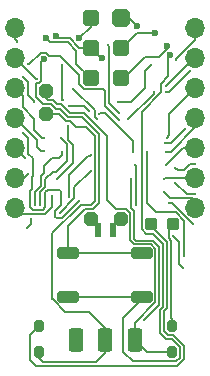
<source format=gbr>
%TF.GenerationSoftware,KiCad,Pcbnew,8.0.3+1*%
%TF.CreationDate,2024-06-27T20:46:53-04:00*%
%TF.ProjectId,XIAO_REV,5849414f-5f52-4455-962e-6b696361645f,rev?*%
%TF.SameCoordinates,Original*%
%TF.FileFunction,Copper,L1,Top*%
%TF.FilePolarity,Positive*%
%FSLAX46Y46*%
G04 Gerber Fmt 4.6, Leading zero omitted, Abs format (unit mm)*
G04 Created by KiCad (PCBNEW 8.0.3+1) date 2024-06-27 20:46:53*
%MOMM*%
%LPD*%
G01*
G04 APERTURE LIST*
G04 Aperture macros list*
%AMRoundRect*
0 Rectangle with rounded corners*
0 $1 Rounding radius*
0 $2 $3 $4 $5 $6 $7 $8 $9 X,Y pos of 4 corners*
0 Add a 4 corners polygon primitive as box body*
4,1,4,$2,$3,$4,$5,$6,$7,$8,$9,$2,$3,0*
0 Add four circle primitives for the rounded corners*
1,1,$1+$1,$2,$3*
1,1,$1+$1,$4,$5*
1,1,$1+$1,$6,$7*
1,1,$1+$1,$8,$9*
0 Add four rect primitives between the rounded corners*
20,1,$1+$1,$2,$3,$4,$5,0*
20,1,$1+$1,$4,$5,$6,$7,0*
20,1,$1+$1,$6,$7,$8,$9,0*
20,1,$1+$1,$8,$9,$2,$3,0*%
%AMOutline5P*
0 Free polygon, 5 corners , with rotation*
0 The origin of the aperture is its center*
0 number of corners: always 5*
0 $1 to $10 corner X, Y*
0 $11 Rotation angle, in degrees counterclockwise*
0 create outline with 5 corners*
4,1,5,$1,$2,$3,$4,$5,$6,$7,$8,$9,$10,$1,$2,$11*%
%AMOutline6P*
0 Free polygon, 6 corners , with rotation*
0 The origin of the aperture is its center*
0 number of corners: always 6*
0 $1 to $12 corner X, Y*
0 $13 Rotation angle, in degrees counterclockwise*
0 create outline with 6 corners*
4,1,6,$1,$2,$3,$4,$5,$6,$7,$8,$9,$10,$11,$12,$1,$2,$13*%
%AMOutline7P*
0 Free polygon, 7 corners , with rotation*
0 The origin of the aperture is its center*
0 number of corners: always 7*
0 $1 to $14 corner X, Y*
0 $15 Rotation angle, in degrees counterclockwise*
0 create outline with 7 corners*
4,1,7,$1,$2,$3,$4,$5,$6,$7,$8,$9,$10,$11,$12,$13,$14,$1,$2,$15*%
%AMOutline8P*
0 Free polygon, 8 corners , with rotation*
0 The origin of the aperture is its center*
0 number of corners: always 8*
0 $1 to $16 corner X, Y*
0 $17 Rotation angle, in degrees counterclockwise*
0 create outline with 8 corners*
4,1,8,$1,$2,$3,$4,$5,$6,$7,$8,$9,$10,$11,$12,$13,$14,$15,$16,$1,$2,$17*%
G04 Aperture macros list end*
%TA.AperFunction,SMDPad,CuDef*%
%ADD10O,1.700000X1.700000*%
%TD*%
%TA.AperFunction,SMDPad,CuDef*%
%ADD11Outline8P,-0.700000X0.420000X-0.420000X0.700000X0.420000X0.700000X0.700000X0.420000X0.700000X-0.420000X0.420000X-0.700000X-0.420000X-0.700000X-0.700000X-0.420000X90.000000*%
%TD*%
%TA.AperFunction,SMDPad,CuDef*%
%ADD12Outline6P,-0.600000X0.165000X-0.490000X0.275000X0.490000X0.275000X0.600000X0.165000X0.600000X-0.275000X-0.600000X-0.275000X90.000000*%
%TD*%
%TA.AperFunction,SMDPad,CuDef*%
%ADD13Outline6P,-0.600000X0.275000X0.600000X0.275000X0.600000X-0.165000X0.490000X-0.275000X-0.490000X-0.275000X-0.600000X-0.165000X90.000000*%
%TD*%
%TA.AperFunction,SMDPad,CuDef*%
%ADD14Outline8P,-0.575000X0.345000X-0.345000X0.575000X0.345000X0.575000X0.575000X0.345000X0.575000X-0.345000X0.345000X-0.575000X-0.345000X-0.575000X-0.575000X-0.345000X180.000000*%
%TD*%
%TA.AperFunction,SMDPad,CuDef*%
%ADD15Outline8P,-0.900000X0.300000X-0.700000X0.500000X0.700000X0.500000X0.900000X0.300000X0.900000X-0.300000X0.700000X-0.500000X-0.700000X-0.500000X-0.900000X-0.300000X0.000000*%
%TD*%
%TA.AperFunction,SMDPad,CuDef*%
%ADD16RoundRect,0.250000X-0.375000X-0.750000X0.375000X-0.750000X0.375000X0.750000X-0.375000X0.750000X0*%
%TD*%
%TA.AperFunction,SMDPad,CuDef*%
%ADD17Outline8P,-0.500000X0.255000X-0.330000X0.425000X0.330000X0.425000X0.500000X0.255000X0.500000X-0.255000X0.330000X-0.425000X-0.330000X-0.425000X-0.500000X-0.255000X90.000000*%
%TD*%
%TA.AperFunction,SMDPad,CuDef*%
%ADD18Outline8P,-0.750000X0.450000X-0.450000X0.750000X0.450000X0.750000X0.750000X0.450000X0.750000X-0.450000X0.450000X-0.750000X-0.450000X-0.750000X-0.750000X-0.450000X90.000000*%
%TD*%
%TA.AperFunction,SMDPad,CuDef*%
%ADD19Outline8P,-0.550000X0.300000X-0.350000X0.500000X0.350000X0.500000X0.550000X0.300000X0.550000X-0.300000X0.350000X-0.500000X-0.350000X-0.500000X-0.550000X-0.300000X90.000000*%
%TD*%
%TA.AperFunction,ViaPad*%
%ADD20C,0.300000*%
%TD*%
%TA.AperFunction,ViaPad*%
%ADD21C,0.600000*%
%TD*%
%TA.AperFunction,Conductor*%
%ADD22C,0.160000*%
%TD*%
%TA.AperFunction,Conductor*%
%ADD23C,0.200000*%
%TD*%
G04 APERTURE END LIST*
D10*
%TO.P,,3*%
%TO.N,GND*%
X167640000Y-78375000D03*
%TD*%
%TO.P,,4*%
%TO.N,GND*%
X167640000Y-80915000D03*
%TD*%
D11*
%TO.P,,18*%
%TO.N,MTCK*%
X161340000Y-77530000D03*
%TD*%
%TO.P,,15*%
%TO.N,MTMS*%
X158800000Y-77530000D03*
%TD*%
D12*
%TO.P,,TP*%
%TO.N,N/C*%
X160720000Y-90380000D03*
%TD*%
D13*
%TO.P,,TP*%
%TO.N,N/C*%
X159420000Y-90380000D03*
%TD*%
D14*
%TO.P,,TP*%
%TO.N,N/C*%
X161340000Y-89440000D03*
%TD*%
%TO.P,,TP*%
%TO.N,N/C*%
X158800000Y-89440000D03*
%TD*%
D15*
%TO.P,,1*%
%TO.N,R18*%
X156920000Y-92370000D03*
%TD*%
%TO.P,,2*%
%TO.N,R15*%
X156920000Y-96070000D03*
%TD*%
%TO.P,,2*%
%TO.N,R15*%
X163120000Y-96070000D03*
%TD*%
%TO.P,,1*%
%TO.N,R18*%
X163120000Y-92370000D03*
%TD*%
D16*
%TO.P,,2*%
%TO.N,BAT+*%
X160020000Y-99750000D03*
%TD*%
%TO.P,,1*%
%TO.N,N/C*%
X157520000Y-99750000D03*
%TD*%
%TO.P,,3*%
%TO.N,BAT-*%
X162520000Y-99750000D03*
%TD*%
D17*
%TO.P,,2*%
%TO.N,NFCR*%
X165680000Y-98550000D03*
%TD*%
%TO.P,,1*%
%TO.N,NFCL*%
X154400000Y-98530000D03*
%TD*%
D14*
%TO.P,,22*%
%TO.N,BAT+*%
X155010000Y-80550000D03*
%TD*%
%TO.P,,21*%
%TO.N,BAT-*%
X155010000Y-78650000D03*
%TD*%
D17*
%TO.P,,2*%
%TO.N,BAT-*%
X165670000Y-100760000D03*
%TD*%
%TO.P,,1*%
%TO.N,BAT+*%
X154390000Y-100740000D03*
%TD*%
D10*
%TO.P,,8*%
%TO.N,R8*%
X167640000Y-88530000D03*
%TD*%
%TO.P,,4*%
%TO.N,R4*%
X152400000Y-80910000D03*
%TD*%
D11*
%TO.P,,15*%
%TO.N,R18*%
X158800000Y-74990000D03*
%TD*%
%TO.P,,18*%
%TO.N,R15*%
X161340000Y-74990000D03*
%TD*%
D10*
%TO.P,,7*%
%TO.N,R7*%
X152400000Y-88530000D03*
%TD*%
D18*
%TO.P,,17*%
%TO.N,SWCLK*%
X161340000Y-72450000D03*
%TD*%
D10*
%TO.P,,10*%
%TO.N,R10*%
X167640000Y-83450000D03*
%TD*%
D11*
%TO.P,,16*%
%TO.N,SWDIO*%
X158800000Y-72450000D03*
%TD*%
D10*
%TO.P,,1*%
%TO.N,R1*%
X152400000Y-73290000D03*
%TD*%
%TO.P,,13*%
%TO.N,R13*%
X167640000Y-75830000D03*
%TD*%
%TO.P,,11*%
%TO.N,R11*%
X167640000Y-80910000D03*
%TD*%
%TO.P,,5*%
%TO.N,R5*%
X152400000Y-83450000D03*
%TD*%
%TO.P,,14*%
%TO.N,R14*%
X167640000Y-73290000D03*
%TD*%
%TO.P,,12*%
%TO.N,R12*%
X167640000Y-78370000D03*
%TD*%
%TO.P,,9*%
%TO.N,R9*%
X167640000Y-85990000D03*
%TD*%
%TO.P,,6*%
%TO.N,R6*%
X152400000Y-85990000D03*
%TD*%
%TO.P,,3*%
%TO.N,R3*%
X152400000Y-78370000D03*
%TD*%
%TO.P,,2*%
%TO.N,R2*%
X152400000Y-75830000D03*
%TD*%
D19*
%TO.P,,20*%
%TO.N,NFCR*%
X165770000Y-89900000D03*
%TD*%
%TO.P,,19*%
%TO.N,NFCL*%
X163870000Y-89900000D03*
%TD*%
D20*
%TO.N,GND*%
X157836164Y-87905206D03*
X153094063Y-82169749D03*
%TO.N,P5*%
X156974315Y-87609999D03*
X158790001Y-84084315D03*
X153430000Y-90230000D03*
X153787843Y-89462157D03*
X162640685Y-88270000D03*
X162577500Y-84905000D03*
%TO.N,P6*%
X163323762Y-98013762D03*
X162240685Y-86075000D03*
%TO.N,RX*%
X153504623Y-76368937D03*
X161193491Y-81077804D03*
%TO.N,P4*%
X163560000Y-83760000D03*
X166700000Y-92575686D03*
%TO.N,P21*%
X156440000Y-79380000D03*
%TO.N,P4*%
X159547935Y-80547457D03*
X162410000Y-83760000D03*
%TO.N,P19*%
X156300000Y-82610000D03*
X154550003Y-88270000D03*
%TO.N,GND*%
X154042591Y-79528901D03*
X153058670Y-77403016D03*
%TO.N,SCL*%
X155989315Y-86055000D03*
X156892622Y-81560000D03*
%TO.N,P20*%
X159317211Y-81012789D03*
X157340000Y-78420000D03*
%TO.N,P18*%
X156410000Y-83760000D03*
X154080000Y-88270000D03*
%TO.N,5V*%
X163913995Y-76404999D03*
X161093894Y-79559580D03*
%TO.N,RST*%
X156979533Y-79900467D03*
X158650054Y-80345632D03*
%TO.N,P21*%
X156410000Y-76410000D03*
X158790000Y-85390000D03*
X156210000Y-88940000D03*
%TO.N,GND*%
X165140000Y-78680000D03*
X167219323Y-76921758D03*
X164130000Y-78750000D03*
X161999824Y-81031898D03*
%TO.N,P20*%
X165980000Y-85110969D03*
X167640000Y-84819997D03*
%TO.N,3V*%
X166783864Y-81846136D03*
X165135838Y-83028315D03*
%TO.N,P19*%
X167650833Y-87360048D03*
X165960000Y-86390000D03*
%TO.N,P18*%
X167454365Y-89900000D03*
X165415000Y-88110686D03*
%TO.N,SCLK*%
X166610000Y-93610000D03*
X165799999Y-90930000D03*
%TO.N,TX*%
X160230000Y-74750000D03*
%TO.N,R18*%
X155930000Y-80150000D03*
D21*
X159770000Y-75870000D03*
%TO.N,R15*%
X165560776Y-75547021D03*
%TO.N,R18*%
X154813950Y-75930001D03*
D20*
%TO.N,R8*%
X165050000Y-87180000D03*
%TO.N,R9*%
X165050000Y-86060000D03*
%TO.N,R10*%
X165170000Y-84910000D03*
%TO.N,R11*%
X165170000Y-83780000D03*
%TO.N,R12*%
X165240000Y-82570000D03*
%TO.N,R13*%
X165140000Y-78209997D03*
%TO.N,R14*%
X166010477Y-75973837D03*
%TO.N,R7*%
X155493023Y-87490691D03*
%TO.N,R6*%
X153523199Y-85662394D03*
%TO.N,R5*%
X153240134Y-84264298D03*
%TO.N,R4*%
X154835000Y-83745000D03*
%TO.N,R3*%
X154830000Y-82590000D03*
%TO.N,R2*%
X154229999Y-77590761D03*
%TO.N,R1*%
X152564156Y-74448429D03*
D21*
%TO.N,MTCK*%
X165274044Y-74832297D03*
%TO.N,MTMS*%
X154994115Y-74132286D03*
%TO.N,R18*%
X155900000Y-73970000D03*
%TO.N,R15*%
X164260000Y-73710000D03*
%TO.N,SWCLK*%
X162750000Y-73140000D03*
%TO.N,SWDIO*%
X157827766Y-74177553D03*
D20*
%TO.N,TX*%
X161200001Y-80505608D03*
%TD*%
D22*
%TO.N,MTMS*%
X155381829Y-74520000D02*
X156900000Y-74520000D01*
X157590000Y-75210000D02*
X157590000Y-76320000D01*
X157590000Y-76320000D02*
X158800000Y-77530000D01*
X154994115Y-74132286D02*
X155381829Y-74520000D01*
X156900000Y-74520000D02*
X157590000Y-75210000D01*
%TO.N,R18*%
X155900000Y-73970000D02*
X156110000Y-74180000D01*
X156110000Y-74180000D02*
X157040832Y-74180000D01*
X157040832Y-74180000D02*
X157830832Y-74970000D01*
X157830832Y-74970000D02*
X158700000Y-74970000D01*
%TO.N,MTCK*%
X165274044Y-74832297D02*
X165274044Y-75045956D01*
X165274044Y-75045956D02*
X164610000Y-75710000D01*
X164610000Y-75710000D02*
X163420000Y-75710000D01*
X163420000Y-75710000D02*
X161600000Y-77530000D01*
X161600000Y-77530000D02*
X161340000Y-77530000D01*
%TO.N,P5*%
X153787843Y-89462157D02*
X153787843Y-89872157D01*
X153787843Y-89872157D02*
X153430000Y-90230000D01*
%TO.N,R3*%
X153065000Y-80015000D02*
X154010000Y-80960000D01*
X153065000Y-79035000D02*
X152400000Y-78370000D01*
X153065000Y-80015000D02*
X153065000Y-79035000D01*
%TO.N,SCL*%
X156892622Y-81560000D02*
X156892622Y-82735932D01*
X156892622Y-82735932D02*
X157340000Y-83183310D01*
X157340000Y-83183310D02*
X157340000Y-84704315D01*
X157340000Y-84704315D02*
X155989315Y-86055000D01*
%TO.N,BAT+*%
X157558308Y-81660000D02*
X157058308Y-81160000D01*
X158430000Y-81660000D02*
X157558308Y-81660000D01*
X159190000Y-82420000D02*
X158430000Y-81660000D01*
X157961690Y-88285000D02*
X158840356Y-88285000D01*
X159190000Y-87935356D02*
X159190000Y-82420000D01*
X155565000Y-90681690D02*
X157961690Y-88285000D01*
X158840356Y-88285000D02*
X159190000Y-87935356D01*
X155565000Y-96280000D02*
X155565000Y-90681690D01*
X155576446Y-96280000D02*
X155565000Y-96280000D01*
X156626446Y-97330000D02*
X155576446Y-96280000D01*
X158680000Y-97330000D02*
X156626446Y-97330000D01*
X160020000Y-98670000D02*
X158680000Y-97330000D01*
X160020000Y-99750000D02*
X160020000Y-98670000D01*
X157058308Y-81160000D02*
X156740000Y-81160000D01*
X156740000Y-81160000D02*
X156130000Y-80550000D01*
X156130000Y-80550000D02*
X155010000Y-80550000D01*
%TO.N,R18*%
X158977046Y-88615000D02*
X158351446Y-88615000D01*
X155930000Y-80150000D02*
X155905000Y-80150000D01*
X156876690Y-80830000D02*
X158066690Y-80830000D01*
X154629999Y-76113952D02*
X154813950Y-75930001D01*
X158066690Y-80830000D02*
X159520000Y-82283310D01*
X154799376Y-79720000D02*
X154180000Y-79100624D01*
X159520000Y-88072046D02*
X158977046Y-88615000D01*
X155905000Y-80150000D02*
X155475000Y-79720000D01*
X159520000Y-82283310D02*
X159520000Y-88072046D01*
X156920000Y-90046446D02*
X156920000Y-92370000D01*
X156196690Y-80150000D02*
X156876690Y-80830000D01*
X155930000Y-80150000D02*
X156196690Y-80150000D01*
X158351446Y-88615000D02*
X156920000Y-90046446D01*
X155475000Y-79720000D02*
X154799376Y-79720000D01*
X154180000Y-79100624D02*
X154180000Y-77990761D01*
X154180000Y-77990761D02*
X154395685Y-77990761D01*
X154395685Y-77990761D02*
X154629999Y-77756447D01*
X154629999Y-77756447D02*
X154629999Y-76113952D01*
%TO.N,R15*%
X164670000Y-97149999D02*
X164670000Y-99136458D01*
X164066620Y-90700000D02*
X164929999Y-91563379D01*
X163120000Y-96280000D02*
X163120000Y-96070000D01*
X163466446Y-90700000D02*
X164066620Y-90700000D01*
X161580000Y-97820000D02*
X163120000Y-96280000D01*
X163120000Y-90353554D02*
X163466446Y-90700000D01*
X161580000Y-100710000D02*
X161580000Y-97820000D01*
X163120000Y-80370000D02*
X163120000Y-90353554D01*
X162380000Y-101510000D02*
X161580000Y-100710000D01*
X164929999Y-96890000D02*
X164670000Y-97149999D01*
X164740000Y-78750000D02*
X163120000Y-80370000D01*
X165178542Y-99645000D02*
X165670626Y-99645000D01*
X164670000Y-99136458D02*
X165178542Y-99645000D01*
X164740000Y-78044311D02*
X164740000Y-78750000D01*
X165670626Y-99645000D02*
X166350000Y-100324374D01*
X165390000Y-77394311D02*
X164740000Y-78044311D01*
X164929999Y-91563379D02*
X164929999Y-96890000D01*
X165390000Y-75717797D02*
X165390000Y-77394311D01*
X165560776Y-75547021D02*
X165390000Y-75717797D01*
X166350000Y-100324374D02*
X166350000Y-101195626D01*
X166350000Y-101195626D02*
X166035626Y-101510000D01*
X166035626Y-101510000D02*
X162380000Y-101510000D01*
%TO.N,R14*%
X166010477Y-75973837D02*
X166010477Y-75903888D01*
X166010477Y-75903888D02*
X167640000Y-74274365D01*
X167640000Y-74274365D02*
X167640000Y-73290000D01*
%TO.N,GND*%
X154970000Y-87190000D02*
X155190000Y-86970000D01*
X154970000Y-88473310D02*
X154970000Y-87190000D01*
X153900000Y-88670000D02*
X154773310Y-88670000D01*
X153094063Y-82169749D02*
X153535000Y-82610686D01*
X156400000Y-89380000D02*
X157836164Y-87943836D01*
X154773310Y-88670000D02*
X154970000Y-88473310D01*
X155190000Y-86970000D02*
X156140000Y-86970000D01*
X153680000Y-87079930D02*
X153680000Y-88450000D01*
X153820000Y-86939930D02*
X153680000Y-87079930D01*
X153820000Y-85931279D02*
X153820000Y-86939930D01*
X153923199Y-85828080D02*
X153820000Y-85931279D01*
X153680000Y-88450000D02*
X153900000Y-88670000D01*
X153923199Y-84333199D02*
X153923199Y-85828080D01*
X157836164Y-87943836D02*
X157836164Y-87905206D01*
X153535000Y-83945000D02*
X153923199Y-84333199D01*
X153535000Y-82610686D02*
X153535000Y-83945000D01*
X156140000Y-86970000D02*
X156270000Y-87100000D01*
X156270000Y-87100000D02*
X156270000Y-88314314D01*
X156270000Y-88314314D02*
X155810000Y-88774314D01*
X155810000Y-88774314D02*
X155810000Y-89260000D01*
X155810000Y-89260000D02*
X155930000Y-89380000D01*
X155930000Y-89380000D02*
X156400000Y-89380000D01*
%TO.N,R6*%
X153523199Y-85662394D02*
X153195593Y-85990000D01*
X153195593Y-85990000D02*
X152400000Y-85990000D01*
%TO.N,P18*%
X156410000Y-83760000D02*
X156410000Y-84010000D01*
X156410000Y-84010000D02*
X156080000Y-84340000D01*
X156080000Y-84340000D02*
X155530000Y-84340000D01*
X155530000Y-84340000D02*
X154850000Y-85020000D01*
X154850000Y-85020000D02*
X154850000Y-85558310D01*
X154850000Y-85558310D02*
X154578310Y-85830000D01*
X154578310Y-85830000D02*
X154578310Y-86648310D01*
X154578310Y-86648310D02*
X154080000Y-87146620D01*
X154080000Y-87146620D02*
X154080000Y-88270000D01*
%TO.N,P19*%
X156300000Y-82610000D02*
X156810000Y-83120000D01*
X154550003Y-87143307D02*
X154550003Y-88270000D01*
X156810000Y-83120000D02*
X156810000Y-84565000D01*
X156810000Y-84565000D02*
X155887500Y-85487500D01*
X155887500Y-85487500D02*
X155571570Y-85487500D01*
X155571570Y-85487500D02*
X154946655Y-86112415D01*
X154946655Y-86112415D02*
X154946655Y-86746655D01*
X154946655Y-86746655D02*
X154550003Y-87143307D01*
%TO.N,R7*%
X155493023Y-87490691D02*
X155493023Y-88416977D01*
X154910000Y-89000000D02*
X152870000Y-89000000D01*
X155493023Y-88416977D02*
X154910000Y-89000000D01*
X152870000Y-89000000D02*
X152400000Y-88530000D01*
%TO.N,BAT+*%
X154740000Y-101590000D02*
X159230000Y-101590000D01*
X154390000Y-101240000D02*
X154740000Y-101590000D01*
X160020000Y-100800000D02*
X160020000Y-99750000D01*
X154390000Y-100740000D02*
X154390000Y-101240000D01*
X159230000Y-101590000D02*
X160020000Y-100800000D01*
%TO.N,NFCL*%
X165000000Y-97286689D02*
X165259999Y-97026690D01*
X165259999Y-91426689D02*
X163870000Y-90036690D01*
X165000000Y-98985626D02*
X165000000Y-97286689D01*
X153635000Y-101365000D02*
X154190000Y-101920000D01*
X165259999Y-97026690D02*
X165259999Y-91426689D01*
X165319374Y-99305000D02*
X165000000Y-98985626D01*
X153635000Y-99295000D02*
X153635000Y-101365000D01*
X165811459Y-99305000D02*
X165319374Y-99305000D01*
X154400000Y-98530000D02*
X153635000Y-99295000D01*
X166690000Y-100183541D02*
X165811459Y-99305000D01*
X166690000Y-101336459D02*
X166690000Y-100183541D01*
X166106459Y-101920000D02*
X166690000Y-101336459D01*
X154190000Y-101920000D02*
X166106459Y-101920000D01*
X163870000Y-90036690D02*
X163870000Y-89900000D01*
%TO.N,NFCR*%
X165770000Y-89900000D02*
X165399999Y-90270001D01*
X165399999Y-90270001D02*
X165399999Y-91099999D01*
X165399999Y-91099999D02*
X165589999Y-91289999D01*
X165589999Y-97879999D02*
X165680000Y-97970000D01*
X165589999Y-91289999D02*
X165589999Y-97879999D01*
X165680000Y-97970000D02*
X165680000Y-98550000D01*
%TO.N,P5*%
X158790001Y-84084315D02*
X158737158Y-84137158D01*
X158737158Y-84137158D02*
X158602842Y-84137158D01*
X158602842Y-84137158D02*
X156974315Y-85765685D01*
X156974315Y-85765685D02*
X156974315Y-87609999D01*
%TO.N,P21*%
X158790000Y-85390000D02*
X157430000Y-86750000D01*
X157430000Y-86750000D02*
X157430000Y-87720000D01*
X157430000Y-87720000D02*
X156210000Y-88940000D01*
%TO.N,P5*%
X162577500Y-84905000D02*
X162640685Y-84968185D01*
X162640685Y-84968185D02*
X162640685Y-88270000D01*
%TO.N,P6*%
X162240685Y-86075000D02*
X162240685Y-88572157D01*
X162240685Y-88572157D02*
X162495000Y-88826472D01*
X162636690Y-91290000D02*
X164060244Y-91290000D01*
X162495000Y-88826472D02*
X162495000Y-91148310D01*
X164060244Y-91290000D02*
X164600000Y-91829756D01*
X162495000Y-91148310D02*
X162636690Y-91290000D01*
X164600000Y-91829756D02*
X164600000Y-96737524D01*
X164600000Y-96737524D02*
X163323762Y-98013762D01*
%TO.N,BAT-*%
X160935000Y-88615000D02*
X160190000Y-87870000D01*
X162160000Y-89893554D02*
X162165000Y-89888554D01*
X162165000Y-89888554D02*
X162165000Y-88991446D01*
X156263380Y-79750000D02*
X155971690Y-79750000D01*
X162165000Y-88991446D02*
X161788554Y-88615000D01*
X162160000Y-91280000D02*
X162160000Y-89893554D01*
X161788554Y-88615000D02*
X160935000Y-88615000D01*
X164270000Y-91966446D02*
X163923554Y-91620000D01*
X160190000Y-87870000D02*
X160190000Y-82451264D01*
X162500000Y-91620000D02*
X162160000Y-91280000D01*
X163923554Y-91620000D02*
X162500000Y-91620000D01*
X164270000Y-96501838D02*
X164270000Y-91966446D01*
X162520000Y-98251838D02*
X164270000Y-96501838D01*
X162520000Y-99750000D02*
X162520000Y-98251838D01*
X160190000Y-82451264D02*
X158238736Y-80500000D01*
X158238736Y-80500000D02*
X157013380Y-80500000D01*
X157013380Y-80500000D02*
X156263380Y-79750000D01*
X155971690Y-79750000D02*
X155611690Y-79390000D01*
X155611690Y-79390000D02*
X155160000Y-79390000D01*
X155160000Y-79390000D02*
X155010000Y-79240000D01*
X155010000Y-79240000D02*
X155010000Y-78650000D01*
%TO.N,P4*%
X166700000Y-92575686D02*
X166700000Y-89612325D01*
X166700000Y-89612325D02*
X165987675Y-88900000D01*
X164370000Y-88900000D02*
X163560000Y-88090000D01*
X165987675Y-88900000D02*
X164370000Y-88900000D01*
X163560000Y-88090000D02*
X163560000Y-83760000D01*
%TO.N,SCLK*%
X165799999Y-90930000D02*
X166300000Y-91430001D01*
X166300000Y-91430001D02*
X166300000Y-93300000D01*
X166300000Y-93300000D02*
X166610000Y-93610000D01*
%TO.N,RX*%
X153504623Y-76368937D02*
X153597196Y-76368937D01*
X155311767Y-75650000D02*
X156215686Y-75650000D01*
X157850000Y-78053554D02*
X158276446Y-78480000D01*
X153597196Y-76368937D02*
X154586132Y-75380001D01*
X160030001Y-79914314D02*
X161193491Y-81077804D01*
X154586132Y-75380001D02*
X155041768Y-75380001D01*
X157850000Y-77284314D02*
X157850000Y-78053554D01*
X155041768Y-75380001D02*
X155311767Y-75650000D01*
X156215686Y-75650000D02*
X157850000Y-77284314D01*
X158276446Y-78480000D02*
X159860001Y-78480000D01*
X159860001Y-78480000D02*
X160030001Y-78650000D01*
X160030001Y-78650000D02*
X160030001Y-79914314D01*
%TO.N,R18*%
X154813950Y-75930001D02*
X154899999Y-75930001D01*
X154899999Y-75930001D02*
X154950000Y-75880000D01*
%TO.N,P20*%
X159317211Y-81012789D02*
X159147935Y-80843513D01*
X159147935Y-80843513D02*
X159147935Y-80277827D01*
X159147935Y-80277827D02*
X157340000Y-78469892D01*
X157340000Y-78469892D02*
X157340000Y-78420000D01*
%TO.N,R18*%
X159680000Y-75870000D02*
X158800000Y-74990000D01*
X159770000Y-75870000D02*
X159680000Y-75870000D01*
%TO.N,P18*%
X167454365Y-89900000D02*
X165665051Y-88110686D01*
X165665051Y-88110686D02*
X165415000Y-88110686D01*
%TO.N,R8*%
X167640000Y-88530000D02*
X167640000Y-87950000D01*
X167640000Y-87950000D02*
X167380048Y-87690048D01*
X167380048Y-87690048D02*
X165560048Y-87690048D01*
X165560048Y-87690048D02*
X165050000Y-87180000D01*
%TO.N,P21*%
X156410000Y-79350000D02*
X156440000Y-79380000D01*
X156410000Y-76410000D02*
X156410000Y-79350000D01*
%TO.N,P4*%
X159625392Y-80470000D02*
X159547935Y-80547457D01*
X159712249Y-80470000D02*
X159625392Y-80470000D01*
%TO.N,RST*%
X158204889Y-79900467D02*
X156979533Y-79900467D01*
X158650054Y-80345632D02*
X158204889Y-79900467D01*
%TO.N,P4*%
X160020000Y-80470000D02*
X159712249Y-80470000D01*
X161820000Y-82270000D02*
X160020000Y-80470000D01*
%TO.N,TX*%
X161200001Y-80505608D02*
X160360000Y-79665607D01*
X160360000Y-79665607D02*
X160360000Y-74880000D01*
X160360000Y-74880000D02*
X160230000Y-74750000D01*
%TO.N,GND*%
X161999824Y-81023486D02*
X164130000Y-78893310D01*
X161999824Y-81031898D02*
X161999824Y-81023486D01*
X164130000Y-78893310D02*
X164130000Y-78750000D01*
%TO.N,P4*%
X162410000Y-82860000D02*
X161820000Y-82270000D01*
X162410000Y-83760000D02*
X162410000Y-82860000D01*
%TO.N,R3*%
X154660000Y-82590000D02*
X154830000Y-82590000D01*
X154010000Y-80960000D02*
X154010000Y-81940000D01*
X154010000Y-81940000D02*
X154660000Y-82590000D01*
%TO.N,R4*%
X154270000Y-82780000D02*
X152400000Y-80910000D01*
X154615000Y-83745000D02*
X154270000Y-83400000D01*
X154270000Y-83400000D02*
X154270000Y-82780000D01*
X154835000Y-83745000D02*
X154615000Y-83745000D01*
%TO.N,R5*%
X153240134Y-84264298D02*
X153214298Y-84264298D01*
X153214298Y-84264298D02*
X152400000Y-83450000D01*
%TO.N,5V*%
X163420000Y-76898994D02*
X163913995Y-76404999D01*
X163420000Y-78390000D02*
X163420000Y-76898994D01*
X161093894Y-79559580D02*
X162250420Y-79559580D01*
X162250420Y-79559580D02*
X163420000Y-78390000D01*
%TO.N,GND*%
X167219323Y-76921758D02*
X165461081Y-78680000D01*
X165461081Y-78680000D02*
X165140000Y-78680000D01*
%TO.N,R13*%
X167519997Y-75830000D02*
X167640000Y-75830000D01*
X165140000Y-78209997D02*
X167519997Y-75830000D01*
%TO.N,P21*%
X156410000Y-76410000D02*
X156410000Y-76460000D01*
%TO.N,R2*%
X154229999Y-77590761D02*
X154160761Y-77590761D01*
X154160761Y-77590761D02*
X152400000Y-75830000D01*
%TO.N,P20*%
X165980000Y-85110969D02*
X166199031Y-85330000D01*
X166199031Y-85330000D02*
X166744365Y-85330000D01*
X166744365Y-85330000D02*
X167254368Y-84819997D01*
X167254368Y-84819997D02*
X167640000Y-84819997D01*
%TO.N,R10*%
X167640000Y-83450000D02*
X166630000Y-83450000D01*
X166630000Y-83450000D02*
X165170000Y-84910000D01*
%TO.N,P19*%
X165960000Y-86390000D02*
X166930048Y-87360048D01*
X166930048Y-87360048D02*
X167650833Y-87360048D01*
%TO.N,3V*%
X166783864Y-81846136D02*
X165601685Y-83028315D01*
X165601685Y-83028315D02*
X165135838Y-83028315D01*
%TO.N,R9*%
X165050000Y-86060000D02*
X165120000Y-85990000D01*
X165120000Y-85990000D02*
X167640000Y-85990000D01*
%TO.N,R11*%
X167640000Y-80910000D02*
X167640000Y-81710000D01*
X167640000Y-81710000D02*
X165570000Y-83780000D01*
X165570000Y-83780000D02*
X165170000Y-83780000D01*
D23*
%TO.N,BAT-*%
X165670000Y-100760000D02*
X163530000Y-100760000D01*
X163530000Y-100760000D02*
X162520000Y-99750000D01*
D22*
%TO.N,R1*%
X152564156Y-74448429D02*
X152564156Y-74431450D01*
X152564156Y-74431450D02*
X152400000Y-74267294D01*
X152400000Y-74267294D02*
X152400000Y-73290000D01*
%TO.N,R18*%
X163120000Y-92370000D02*
X163520000Y-92370000D01*
%TO.N,SWDIO*%
X157827766Y-74177553D02*
X158800000Y-73205319D01*
X158800000Y-73205319D02*
X158800000Y-72450000D01*
%TO.N,R12*%
X165420000Y-82390000D02*
X165240000Y-82570000D01*
X165420000Y-81680000D02*
X165420000Y-82390000D01*
X167640000Y-78370000D02*
X165420000Y-80590000D01*
X165420000Y-80590000D02*
X165420000Y-81680000D01*
%TO.N,R15*%
X164260000Y-73710000D02*
X162700000Y-73710000D01*
X162700000Y-73710000D02*
X161420000Y-74990000D01*
X161420000Y-74990000D02*
X161340000Y-74990000D01*
%TO.N,SWCLK*%
X162050000Y-72440000D02*
X162750000Y-73140000D01*
X161280000Y-72440000D02*
X162050000Y-72440000D01*
%TO.N,R15*%
X163120000Y-96070000D02*
X156920000Y-96070000D01*
%TO.N,R18*%
X156920000Y-92370000D02*
X163120000Y-92370000D01*
%TO.N,GND*%
X153500000Y-77844346D02*
X153058670Y-77403016D01*
X153500000Y-78970000D02*
X153500000Y-77844346D01*
X154042591Y-79528901D02*
X154042591Y-79512591D01*
X154042591Y-79512591D02*
X153500000Y-78970000D01*
%TD*%
M02*

</source>
